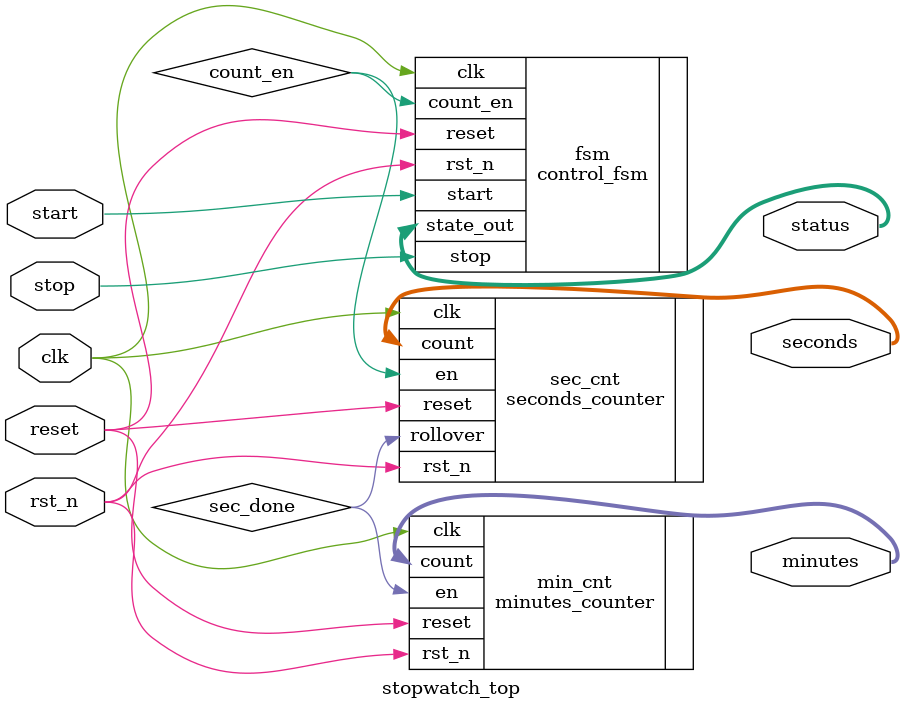
<source format=v>
module stopwatch_top (
    input wire clk,
    input wire rst_n,
    input wire start,
    input wire stop,
    input wire reset,
    output wire [7:0] minutes,
    output wire [5:0] seconds,
    output wire [1:0] status
);

    wire count_en;
    wire sec_done;

    // FSM instance
    control_fsm fsm (
        .clk(clk), .rst_n(rst_n), .start(start), 
        .stop(stop), .reset(reset), .state_out(status), .count_en(count_en)
    );

    // Seconds counter
    seconds_counter sec_cnt (
        .clk(clk), .rst_n(rst_n), .reset(reset), 
        .en(count_en), .count(seconds), .rollover(sec_done)
    );

    // Minutes counter
    minutes_counter min_cnt (
        .clk(clk), .rst_n(rst_n), .reset(reset), 
        .en(sec_done), .count(minutes)
    );

endmodule
</source>
